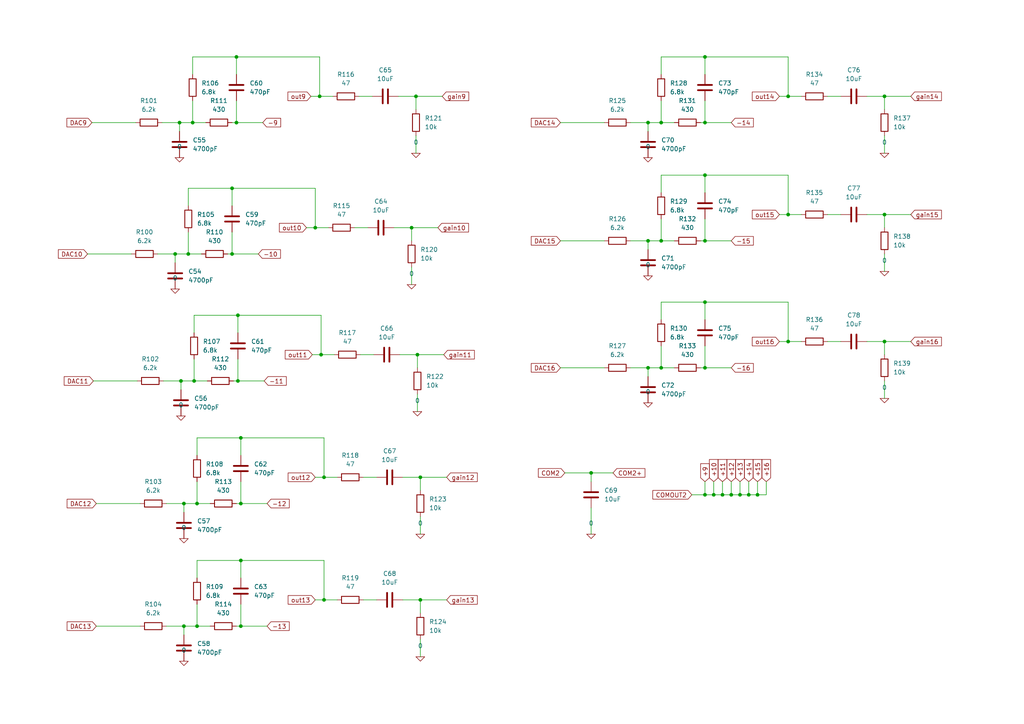
<source format=kicad_sch>
(kicad_sch (version 20230121) (generator eeschema)
  (paper "A4")
  (lib_symbols
    (symbol "Device:C" (pin_numbers hide) (pin_names (offset 0.254))
      (property "Reference" "C" (at 0.635 2.54 0))
      (property "Value" "C" (at 0.635 -2.54 0))
      (symbol "C_0_1"
        (polyline (pts (xy -2.032 -0.762) (xy 2.032 -0.762)) (stroke (width 0.508)))
        (polyline (pts (xy -2.032 0.762) (xy 2.032 0.762)) (stroke (width 0.508)))
      )
      (symbol "C_1_1"
        (pin passive line (at 0 3.81 270) (length 2.794) (name "~") (number "1"))
        (pin passive line (at 0 -3.81 90) (length 2.794) (name "~") (number "2"))
      )
    )
    (symbol "Device:R" (pin_numbers hide) (pin_names (offset 0))
      (property "Reference" "R" (at 2.032 0 90))
      (property "Value" "R" (at 0 0 90))
      (symbol "R_0_1"
        (rectangle (start -1.016 -2.54) (end 1.016 2.54) (stroke (width 0.254)))
      )
      (symbol "R_1_1"
        (pin passive line (at 0 3.81 270) (length 1.27) (name "~") (number "1"))
        (pin passive line (at 0 -3.81 90) (length 1.27) (name "~") (number "2"))
      )
    )
    (symbol "pspice:0" (power) (pin_names (offset 0))
      (property "Value" "0" (at 0 -1.778 0))
      (symbol "0_0_1"
        (polyline (pts (xy -1.27 0) (xy 0 -1.27) (xy 1.27 0) (xy -1.27 0)))
      )
      (symbol "0_1_1"
        (pin power_in line (at 0 0 0) (length 0) hide (name "0") (number "1"))
      )
    )
  )
  (junction (at 93.1307 102.87))
  (junction (at 53.34 146.05))
  (junction (at 69.85 127))
  (junction (at 204.47 16.51))
  (junction (at 204.47 143.51))
  (junction (at 69.85 181.61))
  (junction (at 187.96 106.68))
  (junction (at 69.85 146.05))
  (junction (at 228.6 62.23))
  (junction (at 171.45 137.16))
  (junction (at 228.6 99.06))
  (junction (at 69.0007 91.44))
  (junction (at 69.0007 110.49))
  (junction (at 93.98 138.43))
  (junction (at 209.55 143.51))
  (junction (at 121.0707 102.87))
  (junction (at 191.77 35.56))
  (junction (at 256.54 99.06))
  (junction (at 256.54 62.23))
  (junction (at 191.77 69.85))
  (junction (at 52.07 35.56))
  (junction (at 217.17 143.51))
  (junction (at 187.96 69.85))
  (junction (at 69.85 162.56))
  (junction (at 191.77 106.68))
  (junction (at 50.8 73.66))
  (junction (at 204.47 87.63))
  (junction (at 256.54 27.94))
  (junction (at 119.38 66.04))
  (junction (at 204.47 69.85))
  (junction (at 56.3007 110.49))
  (junction (at 92.71 27.94))
  (junction (at 67.31 54.61))
  (junction (at 57.15 181.61))
  (junction (at 187.96 35.56))
  (junction (at 68.58 16.51))
  (junction (at 91.44 66.04))
  (junction (at 204.47 35.56))
  (junction (at 212.09 143.51))
  (junction (at 204.47 50.8))
  (junction (at 204.47 106.68))
  (junction (at 52.4907 110.49))
  (junction (at 120.65 27.94))
  (junction (at 214.63 143.51))
  (junction (at 219.71 143.51))
  (junction (at 68.58 35.56))
  (junction (at 55.88 35.56))
  (junction (at 121.92 173.99))
  (junction (at 93.98 173.99))
  (junction (at 67.31 73.66))
  (junction (at 53.34 181.61))
  (junction (at 121.92 138.43))
  (junction (at 207.01 143.51))
  (junction (at 228.6 27.94))
  (junction (at 54.61 73.66))
  (junction (at 57.15 146.05))
  (wire (pts (xy 203.2 106.68) (xy 204.47 106.68)))
  (wire (pts (xy 163.83 137.16) (xy 171.45 137.16)))
  (wire (pts (xy 67.31 54.61) (xy 67.31 59.69)))
  (wire (pts (xy 67.7307 110.49) (xy 69.0007 110.49)))
  (wire (pts (xy 90.5907 102.87) (xy 93.1307 102.87)))
  (wire (pts (xy 93.1307 102.87) (xy 93.1307 91.44)))
  (wire (pts (xy 90.17 27.94) (xy 92.71 27.94)))
  (wire (pts (xy 46.99 35.56) (xy 52.07 35.56)))
  (wire (pts (xy 191.77 55.88) (xy 191.77 50.8)))
  (wire (pts (xy 256.54 39.37) (xy 256.54 44.45)))
  (wire (pts (xy 69.85 162.56) (xy 69.85 167.64)))
  (wire (pts (xy 204.47 50.8) (xy 204.47 55.88)))
  (wire (pts (xy 93.98 138.43) (xy 97.79 138.43)))
  (wire (pts (xy 204.47 87.63) (xy 204.47 92.71)))
  (wire (pts (xy 212.09 139.7) (xy 212.09 143.51)))
  (wire (pts (xy 200.66 143.51) (xy 204.47 143.51)))
  (wire (pts (xy 219.71 139.7) (xy 219.71 143.51)))
  (wire (pts (xy 228.6 99.06) (xy 232.41 99.06)))
  (wire (pts (xy 119.38 66.04) (xy 127 66.04)))
  (wire (pts (xy 228.6 16.51) (xy 204.47 16.51)))
  (wire (pts (xy 57.15 167.64) (xy 57.15 162.56)))
  (wire (pts (xy 91.44 66.04) (xy 95.25 66.04)))
  (wire (pts (xy 191.77 63.5) (xy 191.77 69.85)))
  (wire (pts (xy 204.47 69.85) (xy 212.09 69.85)))
  (wire (pts (xy 57.15 181.61) (xy 60.96 181.61)))
  (wire (pts (xy 120.65 39.37) (xy 120.65 44.45)))
  (wire (pts (xy 69.85 139.7) (xy 69.85 146.05)))
  (wire (pts (xy 54.61 54.61) (xy 67.31 54.61)))
  (wire (pts (xy 191.77 29.21) (xy 191.77 35.56)))
  (wire (pts (xy 217.17 143.51) (xy 219.71 143.51)))
  (wire (pts (xy 52.4907 110.49) (xy 52.4907 113.03)))
  (wire (pts (xy 228.6 50.8) (xy 204.47 50.8)))
  (wire (pts (xy 228.6 27.94) (xy 228.6 16.51)))
  (wire (pts (xy 209.55 143.51) (xy 212.09 143.51)))
  (wire (pts (xy 57.15 162.56) (xy 69.85 162.56)))
  (wire (pts (xy 116.84 138.43) (xy 121.92 138.43)))
  (wire (pts (xy 55.88 29.21) (xy 55.88 35.56)))
  (wire (pts (xy 191.77 50.8) (xy 204.47 50.8)))
  (wire (pts (xy 162.56 69.85) (xy 175.26 69.85)))
  (wire (pts (xy 182.88 106.68) (xy 187.96 106.68)))
  (wire (pts (xy 69.85 181.61) (xy 77.47 181.61)))
  (wire (pts (xy 203.2 69.85) (xy 204.47 69.85)))
  (wire (pts (xy 121.92 149.86) (xy 121.92 154.94)))
  (wire (pts (xy 191.77 21.59) (xy 191.77 16.51)))
  (wire (pts (xy 162.56 106.68) (xy 175.26 106.68)))
  (wire (pts (xy 228.6 99.06) (xy 228.6 87.63)))
  (wire (pts (xy 240.03 27.94) (xy 243.84 27.94)))
  (wire (pts (xy 26.67 35.56) (xy 39.37 35.56)))
  (wire (pts (xy 121.0707 102.87) (xy 121.0707 106.68)))
  (wire (pts (xy 104.14 27.94) (xy 107.95 27.94)))
  (wire (pts (xy 191.77 69.85) (xy 195.58 69.85)))
  (wire (pts (xy 256.54 27.94) (xy 256.54 31.75)))
  (wire (pts (xy 171.45 137.16) (xy 177.8 137.16)))
  (wire (pts (xy 256.54 99.06) (xy 256.54 102.87)))
  (wire (pts (xy 207.01 143.51) (xy 209.55 143.51)))
  (wire (pts (xy 121.92 173.99) (xy 121.92 177.8)))
  (wire (pts (xy 57.15 139.7) (xy 57.15 146.05)))
  (wire (pts (xy 204.47 143.51) (xy 207.01 143.51)))
  (wire (pts (xy 69.0007 104.14) (xy 69.0007 110.49)))
  (wire (pts (xy 256.54 110.49) (xy 256.54 115.57)))
  (wire (pts (xy 204.47 106.68) (xy 212.09 106.68)))
  (wire (pts (xy 256.54 27.94) (xy 264.16 27.94)))
  (wire (pts (xy 67.31 73.66) (xy 74.93 73.66)))
  (wire (pts (xy 27.0907 110.49) (xy 39.7907 110.49)))
  (wire (pts (xy 251.46 27.94) (xy 256.54 27.94)))
  (wire (pts (xy 56.3007 110.49) (xy 60.1107 110.49)))
  (wire (pts (xy 191.77 16.51) (xy 204.47 16.51)))
  (wire (pts (xy 57.15 132.08) (xy 57.15 127)))
  (wire (pts (xy 204.47 139.7) (xy 204.47 143.51)))
  (wire (pts (xy 251.46 62.23) (xy 256.54 62.23)))
  (wire (pts (xy 56.3007 96.52) (xy 56.3007 91.44)))
  (wire (pts (xy 240.03 99.06) (xy 243.84 99.06)))
  (wire (pts (xy 191.77 87.63) (xy 204.47 87.63)))
  (wire (pts (xy 69.85 127) (xy 69.85 132.08)))
  (wire (pts (xy 48.26 181.61) (xy 53.34 181.61)))
  (wire (pts (xy 53.34 181.61) (xy 53.34 184.15)))
  (wire (pts (xy 53.34 146.05) (xy 57.15 146.05)))
  (wire (pts (xy 191.77 35.56) (xy 195.58 35.56)))
  (wire (pts (xy 105.41 173.99) (xy 109.22 173.99)))
  (wire (pts (xy 25.4 73.66) (xy 38.1 73.66)))
  (wire (pts (xy 171.45 139.7) (xy 171.45 137.16)))
  (wire (pts (xy 121.92 138.43) (xy 121.92 142.24)))
  (wire (pts (xy 204.47 63.5) (xy 204.47 69.85)))
  (wire (pts (xy 69.0007 91.44) (xy 69.0007 96.52)))
  (wire (pts (xy 92.71 27.94) (xy 96.52 27.94)))
  (wire (pts (xy 204.47 100.33) (xy 204.47 106.68)))
  (wire (pts (xy 204.47 29.21) (xy 204.47 35.56)))
  (wire (pts (xy 187.96 35.56) (xy 187.96 38.1)))
  (wire (pts (xy 219.71 143.51) (xy 222.25 143.51)))
  (wire (pts (xy 69.85 146.05) (xy 77.47 146.05)))
  (wire (pts (xy 256.54 62.23) (xy 264.16 62.23)))
  (wire (pts (xy 93.1307 91.44) (xy 69.0007 91.44)))
  (wire (pts (xy 162.56 35.56) (xy 175.26 35.56)))
  (wire (pts (xy 121.92 138.43) (xy 129.54 138.43)))
  (wire (pts (xy 214.63 139.7) (xy 214.63 143.51)))
  (wire (pts (xy 121.0707 114.3) (xy 121.0707 119.38)))
  (wire (pts (xy 187.96 106.68) (xy 187.96 109.22)))
  (wire (pts (xy 57.15 146.05) (xy 60.96 146.05)))
  (wire (pts (xy 256.54 99.06) (xy 264.16 99.06)))
  (wire (pts (xy 55.88 21.59) (xy 55.88 16.51)))
  (wire (pts (xy 53.34 146.05) (xy 53.34 148.59)))
  (wire (pts (xy 191.77 100.33) (xy 191.77 106.68)))
  (wire (pts (xy 93.98 162.56) (xy 69.85 162.56)))
  (wire (pts (xy 204.47 35.56) (xy 212.09 35.56)))
  (wire (pts (xy 251.46 99.06) (xy 256.54 99.06)))
  (wire (pts (xy 182.88 69.85) (xy 187.96 69.85)))
  (wire (pts (xy 52.07 35.56) (xy 52.07 38.1)))
  (wire (pts (xy 93.98 173.99) (xy 97.79 173.99)))
  (wire (pts (xy 50.8 73.66) (xy 50.8 76.2)))
  (wire (pts (xy 171.45 147.32) (xy 171.45 154.94)))
  (wire (pts (xy 204.47 16.51) (xy 204.47 21.59)))
  (wire (pts (xy 222.25 143.51) (xy 222.25 139.7)))
  (wire (pts (xy 121.0707 102.87) (xy 128.6907 102.87)))
  (wire (pts (xy 91.44 66.04) (xy 91.44 54.61)))
  (wire (pts (xy 187.96 106.68) (xy 191.77 106.68)))
  (wire (pts (xy 212.09 143.51) (xy 214.63 143.51)))
  (wire (pts (xy 116.84 173.99) (xy 121.92 173.99)))
  (wire (pts (xy 226.06 62.23) (xy 228.6 62.23)))
  (wire (pts (xy 57.15 127) (xy 69.85 127)))
  (wire (pts (xy 68.58 146.05) (xy 69.85 146.05)))
  (wire (pts (xy 57.15 175.26) (xy 57.15 181.61)))
  (wire (pts (xy 48.26 146.05) (xy 53.34 146.05)))
  (wire (pts (xy 55.88 35.56) (xy 59.69 35.56)))
  (wire (pts (xy 91.44 173.99) (xy 93.98 173.99)))
  (wire (pts (xy 256.54 73.66) (xy 256.54 78.74)))
  (wire (pts (xy 47.4107 110.49) (xy 52.4907 110.49)))
  (wire (pts (xy 54.61 59.69) (xy 54.61 54.61)))
  (wire (pts (xy 45.72 73.66) (xy 50.8 73.66)))
  (wire (pts (xy 209.55 139.7) (xy 209.55 143.51)))
  (wire (pts (xy 187.96 69.85) (xy 191.77 69.85)))
  (wire (pts (xy 203.2 35.56) (xy 204.47 35.56)))
  (wire (pts (xy 93.1307 102.87) (xy 96.9407 102.87)))
  (wire (pts (xy 27.94 181.61) (xy 40.64 181.61)))
  (wire (pts (xy 214.63 143.51) (xy 217.17 143.51)))
  (wire (pts (xy 69.0007 110.49) (xy 76.6207 110.49)))
  (wire (pts (xy 92.71 16.51) (xy 68.58 16.51)))
  (wire (pts (xy 53.34 181.61) (xy 57.15 181.61)))
  (wire (pts (xy 191.77 106.68) (xy 195.58 106.68)))
  (wire (pts (xy 93.98 138.43) (xy 93.98 127)))
  (wire (pts (xy 226.06 99.06) (xy 228.6 99.06)))
  (wire (pts (xy 54.61 73.66) (xy 58.42 73.66)))
  (wire (pts (xy 88.9 66.04) (xy 91.44 66.04)))
  (wire (pts (xy 68.58 16.51) (xy 68.58 21.59)))
  (wire (pts (xy 27.94 146.05) (xy 40.64 146.05)))
  (wire (pts (xy 256.54 62.23) (xy 256.54 66.04)))
  (wire (pts (xy 91.44 138.43) (xy 93.98 138.43)))
  (wire (pts (xy 55.88 16.51) (xy 68.58 16.51)))
  (wire (pts (xy 228.6 62.23) (xy 232.41 62.23)))
  (wire (pts (xy 54.61 67.31) (xy 54.61 73.66)))
  (wire (pts (xy 50.8 73.66) (xy 54.61 73.66)))
  (wire (pts (xy 228.6 62.23) (xy 228.6 50.8)))
  (wire (pts (xy 56.3007 91.44) (xy 69.0007 91.44)))
  (wire (pts (xy 68.58 29.21) (xy 68.58 35.56)))
  (wire (pts (xy 187.96 35.56) (xy 191.77 35.56)))
  (wire (pts (xy 105.41 138.43) (xy 109.22 138.43)))
  (wire (pts (xy 93.98 127) (xy 69.85 127)))
  (wire (pts (xy 52.07 35.56) (xy 55.88 35.56)))
  (wire (pts (xy 114.3 66.04) (xy 119.38 66.04)))
  (wire (pts (xy 68.58 35.56) (xy 76.2 35.56)))
  (wire (pts (xy 187.96 69.85) (xy 187.96 72.39)))
  (wire (pts (xy 228.6 27.94) (xy 232.41 27.94)))
  (wire (pts (xy 67.31 67.31) (xy 67.31 73.66)))
  (wire (pts (xy 93.98 173.99) (xy 93.98 162.56)))
  (wire (pts (xy 115.9907 102.87) (xy 121.0707 102.87)))
  (wire (pts (xy 240.03 62.23) (xy 243.84 62.23)))
  (wire (pts (xy 226.06 27.94) (xy 228.6 27.94)))
  (wire (pts (xy 191.77 92.71) (xy 191.77 87.63)))
  (wire (pts (xy 69.85 175.26) (xy 69.85 181.61)))
  (wire (pts (xy 68.58 181.61) (xy 69.85 181.61)))
  (wire (pts (xy 119.38 66.04) (xy 119.38 69.85)))
  (wire (pts (xy 66.04 73.66) (xy 67.31 73.66)))
  (wire (pts (xy 102.87 66.04) (xy 106.68 66.04)))
  (wire (pts (xy 207.01 139.7) (xy 207.01 143.51)))
  (wire (pts (xy 182.88 35.56) (xy 187.96 35.56)))
  (wire (pts (xy 91.44 54.61) (xy 67.31 54.61)))
  (wire (pts (xy 119.38 77.47) (xy 119.38 82.55)))
  (wire (pts (xy 67.31 35.56) (xy 68.58 35.56)))
  (wire (pts (xy 115.57 27.94) (xy 120.65 27.94)))
  (wire (pts (xy 121.92 173.99) (xy 129.54 173.99)))
  (wire (pts (xy 120.65 27.94) (xy 120.65 31.75)))
  (wire (pts (xy 217.17 139.7) (xy 217.17 143.51)))
  (wire (pts (xy 52.4907 110.49) (xy 56.3007 110.49)))
  (wire (pts (xy 56.3007 104.14) (xy 56.3007 110.49)))
  (wire (pts (xy 104.5607 102.87) (xy 108.3707 102.87)))
  (wire (pts (xy 120.65 27.94) (xy 128.27 27.94)))
  (wire (pts (xy 92.71 27.94) (xy 92.71 16.51)))
  (wire (pts (xy 228.6 87.63) (xy 204.47 87.63)))
  (wire (pts (xy 121.92 185.42) (xy 121.92 190.5)))
  (global_label "out13" (shape input) (at 91.44 173.99 180) (property "Intersheetrefs" "${INTERSHEET_REFS}" (effects hide)))
  (global_label "gain13" (shape input) (at 129.54 173.99 0) (property "Intersheetrefs" "${INTERSHEET_REFS}" (effects hide)))
  (global_label "DAC16" (shape input) (at 162.56 106.68 180) (property "Intersheetrefs" "${INTERSHEET_REFS}" (effects hide)))
  (global_label "out10" (shape input) (at 88.9 66.04 180) (property "Intersheetrefs" "${INTERSHEET_REFS}" (effects hide)))
  (global_label "DAC10" (shape input) (at 25.4 73.66 180) (property "Intersheetrefs" "${INTERSHEET_REFS}" (effects hide)))
  (global_label "gain16" (shape input) (at 264.16 99.06 0) (property "Intersheetrefs" "${INTERSHEET_REFS}" (effects hide)))
  (global_label "COM2+" (shape input) (at 177.8 137.16 0) (property "Intersheetrefs" "${INTERSHEET_REFS}" (effects hide)))
  (global_label "+13" (shape input) (at 214.63 139.7 90) (property "Intersheetrefs" "${INTERSHEET_REFS}" (effects hide)))
  (global_label "+12" (shape input) (at 212.09 139.7 90) (property "Intersheetrefs" "${INTERSHEET_REFS}" (effects hide)))
  (global_label "gain15" (shape input) (at 264.16 62.23 0) (property "Intersheetrefs" "${INTERSHEET_REFS}" (effects hide)))
  (global_label "+15" (shape input) (at 219.71 139.7 90) (property "Intersheetrefs" "${INTERSHEET_REFS}" (effects hide)))
  (global_label "DAC11" (shape input) (at 27.0907 110.49 180) (property "Intersheetrefs" "${INTERSHEET_REFS}" (effects hide)))
  (global_label "-9" (shape input) (at 76.2 35.56 0) (property "Intersheetrefs" "${INTERSHEET_REFS}" (effects hide)))
  (global_label "-16" (shape input) (at 212.09 106.68 0) (property "Intersheetrefs" "${INTERSHEET_REFS}" (effects hide)))
  (global_label "out16" (shape input) (at 226.06 99.06 180) (property "Intersheetrefs" "${INTERSHEET_REFS}" (effects hide)))
  (global_label "-13" (shape input) (at 77.47 181.61 0) (property "Intersheetrefs" "${INTERSHEET_REFS}" (effects hide)))
  (global_label "DAC9" (shape input) (at 26.67 35.56 180) (property "Intersheetrefs" "${INTERSHEET_REFS}" (effects hide)))
  (global_label "+14" (shape input) (at 217.17 139.7 90) (property "Intersheetrefs" "${INTERSHEET_REFS}" (effects hide)))
  (global_label "+16" (shape input) (at 222.25 139.7 90) (property "Intersheetrefs" "${INTERSHEET_REFS}" (effects hide)))
  (global_label "COMOUT2" (shape input) (at 200.66 143.51 180) (property "Intersheetrefs" "${INTERSHEET_REFS}" (effects hide)))
  (global_label "out12" (shape input) (at 91.44 138.43 180) (property "Intersheetrefs" "${INTERSHEET_REFS}" (effects hide)))
  (global_label "+9" (shape input) (at 204.47 139.7 90) (property "Intersheetrefs" "${INTERSHEET_REFS}" (effects hide)))
  (global_label "gain9" (shape input) (at 128.27 27.94 0) (property "Intersheetrefs" "${INTERSHEET_REFS}" (effects hide)))
  (global_label "COM2" (shape input) (at 163.83 137.16 180) (property "Intersheetrefs" "${INTERSHEET_REFS}" (effects hide)))
  (global_label "-11" (shape input) (at 76.6207 110.49 0) (property "Intersheetrefs" "${INTERSHEET_REFS}" (effects hide)))
  (global_label "-15" (shape input) (at 212.09 69.85 0) (property "Intersheetrefs" "${INTERSHEET_REFS}" (effects hide)))
  (global_label "out15" (shape input) (at 226.06 62.23 180) (property "Intersheetrefs" "${INTERSHEET_REFS}" (effects hide)))
  (global_label "DAC15" (shape input) (at 162.56 69.85 180) (property "Intersheetrefs" "${INTERSHEET_REFS}" (effects hide)))
  (global_label "-12" (shape input) (at 77.47 146.05 0) (property "Intersheetrefs" "${INTERSHEET_REFS}" (effects hide)))
  (global_label "-14" (shape input) (at 212.09 35.56 0) (property "Intersheetrefs" "${INTERSHEET_REFS}" (effects hide)))
  (global_label "gain10" (shape input) (at 127 66.04 0) (property "Intersheetrefs" "${INTERSHEET_REFS}" (effects hide)))
  (global_label "DAC12" (shape input) (at 27.94 146.05 180) (property "Intersheetrefs" "${INTERSHEET_REFS}" (effects hide)))
  (global_label "gain14" (shape input) (at 264.16 27.94 0) (property "Intersheetrefs" "${INTERSHEET_REFS}" (effects hide)))
  (global_label "+11" (shape input) (at 209.55 139.7 90) (property "Intersheetrefs" "${INTERSHEET_REFS}" (effects hide)))
  (global_label "out14" (shape input) (at 226.06 27.94 180) (property "Intersheetrefs" "${INTERSHEET_REFS}" (effects hide)))
  (global_label "-10" (shape input) (at 74.93 73.66 0) (property "Intersheetrefs" "${INTERSHEET_REFS}" (effects hide)))
  (global_label "gain11" (shape input) (at 128.6907 102.87 0) (property "Intersheetrefs" "${INTERSHEET_REFS}" (effects hide)))
  (global_label "DAC13" (shape input) (at 27.94 181.61 180) (property "Intersheetrefs" "${INTERSHEET_REFS}" (effects hide)))
  (global_label "out11" (shape input) (at 90.5907 102.87 180) (property "Intersheetrefs" "${INTERSHEET_REFS}" (effects hide)))
  (global_label "out9" (shape input) (at 90.17 27.94 180) (property "Intersheetrefs" "${INTERSHEET_REFS}" (effects hide)))
  (global_label "gain12" (shape input) (at 129.54 138.43 0) (property "Intersheetrefs" "${INTERSHEET_REFS}" (effects hide)))
  (global_label "DAC14" (shape input) (at 162.56 35.56 180) (property "Intersheetrefs" "${INTERSHEET_REFS}" (effects hide)))
  (global_label "+10" (shape input) (at 207.01 139.7 90) (property "Intersheetrefs" "${INTERSHEET_REFS}" (effects hide)))
  (symbol (lib_id "Device:R") (at 44.45 146.05 90) (unit 1)
    (property "Reference" "R103" (at 44.45 139.7 90))
    (property "Value" "6.2k" (at 44.45 142.24 90))
    (property "Footprint" "Resistor_SMD:R_1206_3216Metric" (effects hide))
    (property "Sim.Device" "SPICE" (effects hide))
    (property "Sim.Params" "type=\"R\" model=\"6.2k\" lib=\"\"" (effects hide))
    (property "Sim.Pins" "1=1 2=2" (effects hide))
  )
  (symbol (lib_id "Device:R") (at 121.0707 110.49 180) (unit 1)
    (property "Reference" "R122" (at 123.6107 109.2199 0) (effects (justify right)))
    (property "Value" "10k" (at 123.6107 111.7599 0) (effects (justify right)))
    (property "Footprint" "Resistor_SMD:R_1206_3216Metric" (effects hide))
  )
  (symbol (lib_id "Device:C") (at 171.45 143.51 180) (unit 1)
    (property "Reference" "C69" (at 175.26 142.2399 0) (effects (justify right)))
    (property "Value" "10uF" (at 175.26 144.7799 0) (effects (justify right)))
    (property "Footprint" "Capacitor_SMD:C_1206_3216Metric_Pad1.33x1.80mm_HandSolder" (effects hide))
    (property "Sim.Device" "SPICE" (effects hide))
    (property "Sim.Params" "type=\"C\" model=\"10u\" lib=\"\"" (effects hide))
    (property "Sim.Pins" "1=1 2=2" (effects hide))
  )
  (symbol (lib_id "Device:C") (at 53.34 187.96 0) (unit 1)
    (property "Reference" "C58" (at 57.15 186.6899 0) (effects (justify left)))
    (property "Value" "4700pF" (at 57.15 189.2299 0) (effects (justify left)))
    (property "Footprint" "Capacitor_SMD:C_1206_3216Metric_Pad1.33x1.80mm_HandSolder" (effects hide))
    (property "Sim.Device" "SPICE" (effects hide))
    (property "Sim.Params" "type=\"C\" model=\"4700p\" lib=\"\"" (effects hide))
    (property "Sim.Pins" "1=1 2=2" (effects hide))
  )
  (symbol (lib_id "Device:C") (at 52.4907 116.84 0) (unit 1)
    (property "Reference" "C56" (at 56.3007 115.5699 0) (effects (justify left)))
    (property "Value" "4700pF" (at 56.3007 118.1099 0) (effects (justify left)))
    (property "Footprint" "Capacitor_SMD:C_1206_3216Metric_Pad1.33x1.80mm_HandSolder" (effects hide))
    (property "Sim.Device" "SPICE" (effects hide))
    (property "Sim.Params" "type=\"C\" model=\"4700p\" lib=\"\"" (effects hide))
    (property "Sim.Pins" "1=1 2=2" (effects hide))
  )
  (symbol (lib_id "Device:R") (at 191.77 96.52 180) (unit 1)
    (property "Reference" "R130" (at 194.31 95.2499 0) (effects (justify right)))
    (property "Value" "6.8k" (at 194.31 97.7899 0) (effects (justify right)))
    (property "Footprint" "Resistor_SMD:R_1206_3216Metric" (effects hide))
    (property "Sim.Device" "SPICE" (effects hide))
    (property "Sim.Params" "type=\"R\" model=\"6.8k\" lib=\"\"" (effects hide))
    (property "Sim.Pins" "1=1 2=2" (effects hide))
  )
  (symbol (lib_id "Device:R") (at 191.77 59.69 180) (unit 1)
    (property "Reference" "R129" (at 194.31 58.4199 0) (effects (justify right)))
    (property "Value" "6.8k" (at 194.31 60.9599 0) (effects (justify right)))
    (property "Footprint" "Resistor_SMD:R_1206_3216Metric" (effects hide))
    (property "Sim.Device" "SPICE" (effects hide))
    (property "Sim.Params" "type=\"R\" model=\"6.8k\" lib=\"\"" (effects hide))
    (property "Sim.Pins" "1=1 2=2" (effects hide))
  )
  (symbol (lib_id "Device:R") (at 121.92 146.05 180) (unit 1)
    (property "Reference" "R123" (at 124.46 144.7799 0) (effects (justify right)))
    (property "Value" "10k" (at 124.46 147.3199 0) (effects (justify right)))
    (property "Footprint" "Resistor_SMD:R_1206_3216Metric" (effects hide))
  )
  (symbol (lib_id "Device:R") (at 120.65 35.56 180) (unit 1)
    (property "Reference" "R121" (at 123.19 34.2899 0) (effects (justify right)))
    (property "Value" "10k" (at 123.19 36.8299 0) (effects (justify right)))
    (property "Footprint" "Resistor_SMD:R_1206_3216Metric" (effects hide))
  )
  (symbol (lib_id "Device:C") (at 69.85 171.45 0) (unit 1)
    (property "Reference" "C63" (at 73.66 170.1799 0) (effects (justify left)))
    (property "Value" "470pF" (at 73.66 172.7199 0) (effects (justify left)))
    (property "Footprint" "Capacitor_SMD:C_1206_3216Metric_Pad1.33x1.80mm_HandSolder" (effects hide))
    (property "Sim.Device" "SPICE" (effects hide))
    (property "Sim.Params" "type=\"C\" model=\"470p\" lib=\"\"" (effects hide))
    (property "Sim.Pins" "1=1 2=2" (effects hide))
  )
  (symbol (lib_id "pspice:0") (at 256.54 44.45 0) (unit 1)
    (property "Reference" "#GND081" (effects hide))
    (property "Value" "0" (at 256.54 41.275 0))
  )
  (symbol (lib_id "Device:C") (at 204.47 25.4 0) (unit 1)
    (property "Reference" "C73" (at 208.28 24.1299 0) (effects (justify left)))
    (property "Value" "470pF" (at 208.28 26.6699 0) (effects (justify left)))
    (property "Footprint" "Capacitor_SMD:C_1206_3216Metric_Pad1.33x1.80mm_HandSolder" (effects hide))
    (property "Sim.Device" "SPICE" (effects hide))
    (property "Sim.Params" "type=\"C\" model=\"470p\" lib=\"\"" (effects hide))
    (property "Sim.Pins" "1=1 2=2" (effects hide))
  )
  (symbol (lib_id "pspice:0") (at 53.34 156.21 0) (unit 1)
    (property "Reference" "#GND070" (effects hide))
    (property "Value" "0" (at 53.34 153.035 0))
  )
  (symbol (lib_id "Device:R") (at 199.39 69.85 90) (unit 1)
    (property "Reference" "R132" (at 199.39 63.5 90))
    (property "Value" "430" (at 199.39 66.04 90))
    (property "Footprint" "Resistor_SMD:R_1206_3216Metric" (effects hide))
    (property "Sim.Device" "SPICE" (effects hide))
    (property "Sim.Params" "type=\"R\" model=\"430\" lib=\"\"" (effects hide))
    (property "Sim.Pins" "1=1 2=2" (effects hide))
  )
  (symbol (lib_id "Device:R") (at 57.15 135.89 180) (unit 1)
    (property "Reference" "R108" (at 59.69 134.6199 0) (effects (justify right)))
    (property "Value" "6.8k" (at 59.69 137.1599 0) (effects (justify right)))
    (property "Footprint" "Resistor_SMD:R_1206_3216Metric" (effects hide))
    (property "Sim.Device" "SPICE" (effects hide))
    (property "Sim.Params" "type=\"R\" model=\"6.8k\" lib=\"\"" (effects hide))
    (property "Sim.Pins" "1=1 2=2" (effects hide))
  )
  (symbol (lib_id "Device:R") (at 56.3007 100.33 180) (unit 1)
    (property "Reference" "R107" (at 58.8407 99.0599 0) (effects (justify right)))
    (property "Value" "6.8k" (at 58.8407 101.5999 0) (effects (justify right)))
    (property "Footprint" "Resistor_SMD:R_1206_3216Metric" (effects hide))
    (property "Sim.Device" "SPICE" (effects hide))
    (property "Sim.Params" "type=\"R\" model=\"6.8k\" lib=\"\"" (effects hide))
    (property "Sim.Pins" "1=1 2=2" (effects hide))
  )
  (symbol (lib_id "Device:R") (at 199.39 106.68 90) (unit 1)
    (property "Reference" "R133" (at 199.39 100.33 90))
    (property "Value" "430" (at 199.39 102.87 90))
    (property "Footprint" "Resistor_SMD:R_1206_3216Metric" (effects hide))
    (property "Sim.Device" "SPICE" (effects hide))
    (property "Sim.Params" "type=\"R\" model=\"430\" lib=\"\"" (effects hide))
    (property "Sim.Pins" "1=1 2=2" (effects hide))
  )
  (symbol (lib_id "Device:C") (at 187.96 41.91 0) (unit 1)
    (property "Reference" "C70" (at 191.77 40.6399 0) (effects (justify left)))
    (property "Value" "4700pF" (at 191.77 43.1799 0) (effects (justify left)))
    (property "Footprint" "Capacitor_SMD:C_1206_3216Metric_Pad1.33x1.80mm_HandSolder" (effects hide))
    (property "Sim.Device" "SPICE" (effects hide))
    (property "Sim.Params" "type=\"C\" model=\"4700p\" lib=\"\"" (effects hide))
    (property "Sim.Pins" "1=1 2=2" (effects hide))
  )
  (symbol (lib_id "Device:C") (at 52.07 41.91 0) (unit 1)
    (property "Reference" "C55" (at 55.88 40.6399 0) (effects (justify left)))
    (property "Value" "4700pF" (at 55.88 43.1799 0) (effects (justify left)))
    (property "Footprint" "Capacitor_SMD:C_1206_3216Metric_Pad1.33x1.80mm_HandSolder" (effects hide))
    (property "Sim.Device" "SPICE" (effects hide))
    (property "Sim.Params" "type=\"C\" model=\"4700p\" lib=\"\"" (effects hide))
    (property "Sim.Pins" "1=1 2=2" (effects hide))
  )
  (symbol (lib_id "Device:C") (at 50.8 80.01 0) (unit 1)
    (property "Reference" "C54" (at 54.61 78.7399 0) (effects (justify left)))
    (property "Value" "4700pF" (at 54.61 81.2799 0) (effects (justify left)))
    (property "Footprint" "Capacitor_SMD:C_1206_3216Metric_Pad1.33x1.80mm_HandSolder" (effects hide))
    (property "Sim.Device" "SPICE" (effects hide))
    (property "Sim.Params" "type=\"C\" model=\"4700p\" lib=\"\"" (effects hide))
    (property "Sim.Pins" "1=1 2=2" (effects hide))
  )
  (symbol (lib_id "Device:C") (at 247.65 27.94 90) (unit 1)
    (property "Reference" "C76" (at 247.65 20.32 90))
    (property "Value" "10uF" (at 247.65 22.86 90))
    (property "Footprint" "Capacitor_SMD:C_1206_3216Metric_Pad1.33x1.80mm_HandSolder" (effects hide))
    (property "Sim.Device" "SPICE" (effects hide))
    (property "Sim.Params" "type=\"C\" model=\"10u\" lib=\"\"" (effects hide))
    (property "Sim.Pins" "1=1 2=2" (effects hide))
  )
  (symbol (lib_id "Device:R") (at 236.22 99.06 90) (unit 1)
    (property "Reference" "R136" (at 236.22 92.71 90))
    (property "Value" "47" (at 236.22 95.25 90))
    (property "Footprint" "Resistor_SMD:R_1206_3216Metric" (effects hide))
    (property "Sim.Device" "SPICE" (effects hide))
    (property "Sim.Params" "type=\"R\" model=\"47\" lib=\"\"" (effects hide))
    (property "Sim.Pins" "1=1 2=2" (effects hide))
  )
  (symbol (lib_id "pspice:0") (at 256.54 78.74 0) (unit 1)
    (property "Reference" "#GND082" (effects hide))
    (property "Value" "0" (at 256.54 75.565 0))
  )
  (symbol (lib_id "pspice:0") (at 121.92 154.94 0) (unit 1)
    (property "Reference" "#GND075" (effects hide))
    (property "Value" "0" (at 121.92 151.765 0))
  )
  (symbol (lib_id "Device:C") (at 53.34 152.4 0) (unit 1)
    (property "Reference" "C57" (at 57.15 151.1299 0) (effects (justify left)))
    (property "Value" "4700pF" (at 57.15 153.6699 0) (effects (justify left)))
    (property "Footprint" "Capacitor_SMD:C_1206_3216Metric_Pad1.33x1.80mm_HandSolder" (effects hide))
    (property "Sim.Device" "SPICE" (effects hide))
    (property "Sim.Params" "type=\"C\" model=\"4700p\" lib=\"\"" (effects hide))
    (property "Sim.Pins" "1=1 2=2" (effects hide))
  )
  (symbol (lib_id "pspice:0") (at 53.34 191.77 0) (unit 1)
    (property "Reference" "#GND071" (effects hide))
    (property "Value" "0" (at 53.34 188.595 0))
  )
  (symbol (lib_id "Device:R") (at 179.07 69.85 90) (unit 1)
    (property "Reference" "R126" (at 179.07 63.5 90))
    (property "Value" "6.2k" (at 179.07 66.04 90))
    (property "Footprint" "Resistor_SMD:R_1206_3216Metric" (effects hide))
    (property "Sim.Device" "SPICE" (effects hide))
    (property "Sim.Params" "type=\"R\" model=\"6.2k\" lib=\"\"" (effects hide))
    (property "Sim.Pins" "1=1 2=2" (effects hide))
  )
  (symbol (lib_id "Device:R") (at 256.54 69.85 180) (unit 1)
    (property "Reference" "R138" (at 259.08 68.5799 0) (effects (justify right)))
    (property "Value" "10k" (at 259.08 71.1199 0) (effects (justify right)))
    (property "Footprint" "Resistor_SMD:R_1206_3216Metric" (effects hide))
  )
  (symbol (lib_id "Device:R") (at 43.6007 110.49 90) (unit 1)
    (property "Reference" "R102" (at 43.6007 104.14 90))
    (property "Value" "6.2k" (at 43.6007 106.68 90))
    (property "Footprint" "Resistor_SMD:R_1206_3216Metric" (effects hide))
    (property "Sim.Device" "SPICE" (effects hide))
    (property "Sim.Params" "type=\"R\" model=\"6.2k\" lib=\"\"" (effects hide))
    (property "Sim.Pins" "1=1 2=2" (effects hide))
  )
  (symbol (lib_id "pspice:0") (at 50.8 83.82 0) (unit 1)
    (property "Reference" "#GND067" (effects hide))
    (property "Value" "0" (at 50.8 80.645 0))
  )
  (symbol (lib_id "Device:R") (at 199.39 35.56 90) (unit 1)
    (property "Reference" "R131" (at 199.39 29.21 90))
    (property "Value" "430" (at 199.39 31.75 90))
    (property "Footprint" "Resistor_SMD:R_1206_3216Metric" (effects hide))
    (property "Sim.Device" "SPICE" (effects hide))
    (property "Sim.Params" "type=\"R\" model=\"430\" lib=\"\"" (effects hide))
    (property "Sim.Pins" "1=1 2=2" (effects hide))
  )
  (symbol (lib_id "Device:R") (at 41.91 73.66 90) (unit 1)
    (property "Reference" "R100" (at 41.91 67.31 90))
    (property "Value" "6.2k" (at 41.91 69.85 90))
    (property "Footprint" "Resistor_SMD:R_1206_3216Metric" (effects hide))
    (property "Sim.Device" "SPICE" (effects hide))
    (property "Sim.Params" "type=\"R\" model=\"6.2k\" lib=\"\"" (effects hide))
    (property "Sim.Pins" "1=1 2=2" (effects hide))
  )
  (symbol (lib_id "Device:C") (at 69.0007 100.33 0) (unit 1)
    (property "Reference" "C61" (at 72.8107 99.0599 0) (effects (justify left)))
    (property "Value" "470pF" (at 72.8107 101.5999 0) (effects (justify left)))
    (property "Footprint" "Capacitor_SMD:C_1206_3216Metric_Pad1.33x1.80mm_HandSolder" (effects hide))
    (property "Sim.Device" "SPICE" (effects hide))
    (property "Sim.Params" "type=\"C\" model=\"470p\" lib=\"\"" (effects hide))
    (property "Sim.Pins" "1=1 2=2" (effects hide))
  )
  (symbol (lib_id "pspice:0") (at 52.07 45.72 0) (unit 1)
    (property "Reference" "#GND068" (effects hide))
    (property "Value" "0" (at 52.07 42.545 0))
  )
  (symbol (lib_id "Device:C") (at 113.03 173.99 90) (unit 1)
    (property "Reference" "C68" (at 113.03 166.37 90))
    (property "Value" "10uF" (at 113.03 168.91 90))
    (property "Footprint" "Capacitor_SMD:C_1206_3216Metric_Pad1.33x1.80mm_HandSolder" (effects hide))
    (property "Sim.Device" "SPICE" (effects hide))
    (property "Sim.Params" "type=\"C\" model=\"10u\" lib=\"\"" (effects hide))
    (property "Sim.Pins" "1=1 2=2" (effects hide))
  )
  (symbol (lib_id "Device:C") (at 67.31 63.5 0) (unit 1)
    (property "Reference" "C59" (at 71.12 62.2299 0) (effects (justify left)))
    (property "Value" "470pF" (at 71.12 64.7699 0) (effects (justify left)))
    (property "Footprint" "Capacitor_SMD:C_1206_3216Metric_Pad1.33x1.80mm_HandSolder" (effects hide))
    (property "Sim.Device" "SPICE" (effects hide))
    (property "Sim.Params" "type=\"C\" model=\"470p\" lib=\"\"" (effects hide))
    (property "Sim.Pins" "1=1 2=2" (effects hide))
  )
  (symbol (lib_id "Device:R") (at 100.7507 102.87 90) (unit 1)
    (property "Reference" "R117" (at 100.7507 96.52 90))
    (property "Value" "47" (at 100.7507 99.06 90))
    (property "Footprint" "Resistor_SMD:R_1206_3216Metric" (effects hide))
    (property "Sim.Device" "SPICE" (effects hide))
    (property "Sim.Params" "type=\"R\" model=\"47\" lib=\"\"" (effects hide))
    (property "Sim.Pins" "1=1 2=2" (effects hide))
  )
  (symbol (lib_id "Device:R") (at 191.77 25.4 180) (unit 1)
    (property "Reference" "R128" (at 194.31 24.1299 0) (effects (justify right)))
    (property "Value" "6.8k" (at 194.31 26.6699 0) (effects (justify right)))
    (property "Footprint" "Resistor_SMD:R_1206_3216Metric" (effects hide))
    (property "Sim.Device" "SPICE" (effects hide))
    (property "Sim.Params" "type=\"R\" model=\"6.8k\" lib=\"\"" (effects hide))
    (property "Sim.Pins" "1=1 2=2" (effects hide))
  )
  (symbol (lib_id "pspice:0") (at 187.96 116.84 0) (unit 1)
    (property "Reference" "#GND080" (effects hide))
    (property "Value" "0" (at 187.96 113.665 0))
  )
  (symbol (lib_id "Device:R") (at 179.07 35.56 90) (unit 1)
    (property "Reference" "R125" (at 179.07 29.21 90))
    (property "Value" "6.2k" (at 179.07 31.75 90))
    (property "Footprint" "Resistor_SMD:R_1206_3216Metric" (effects hide))
    (property "Sim.Device" "SPICE" (effects hide))
    (property "Sim.Params" "type=\"R\" model=\"6.2k\" lib=\"\"" (effects hide))
    (property "Sim.Pins" "1=1 2=2" (effects hide))
  )
  (symbol (lib_id "pspice:0") (at 121.92 190.5 0) (unit 1)
    (property "Reference" "#GND076" (effects hide))
    (property "Value" "0" (at 121.92 187.325 0))
  )
  (symbol (lib_id "pspice:0") (at 121.0707 119.38 0) (unit 1)
    (property "Reference" "#GND074" (effects hide))
    (property "Value" "0" (at 121.0707 116.205 0))
  )
  (symbol (lib_id "Device:R") (at 63.5 35.56 90) (unit 1)
    (property "Reference" "R111" (at 63.5 29.21 90))
    (property "Value" "430" (at 63.5 31.75 90))
    (property "Footprint" "Resistor_SMD:R_1206_3216Metric" (effects hide))
    (property "Sim.Device" "SPICE" (effects hide))
    (property "Sim.Params" "type=\"R\" model=\"430\" lib=\"\"" (effects hide))
    (property "Sim.Pins" "1=1 2=2" (effects hide))
  )
  (symbol (lib_id "Device:R") (at 236.22 62.23 90) (unit 1)
    (property "Reference" "R135" (at 236.22 55.88 90))
    (property "Value" "47" (at 236.22 58.42 90))
    (property "Footprint" "Resistor_SMD:R_1206_3216Metric" (effects hide))
    (property "Sim.Device" "SPICE" (effects hide))
    (property "Sim.Params" "type=\"R\" model=\"47\" lib=\"\"" (effects hide))
    (property "Sim.Pins" "1=1 2=2" (effects hide))
  )
  (symbol (lib_id "Device:R") (at 236.22 27.94 90) (unit 1)
    (property "Reference" "R134" (at 236.22 21.59 90))
    (property "Value" "47" (at 236.22 24.13 90))
    (property "Footprint" "Resistor_SMD:R_1206_3216Metric" (effects hide))
    (property "Sim.Device" "SPICE" (effects hide))
    (property "Sim.Params" "type=\"R\" model=\"47\" lib=\"\"" (effects hide))
    (property "Sim.Pins" "1=1 2=2" (effects hide))
  )
  (symbol (lib_id "Device:C") (at 69.85 135.89 0) (unit 1)
    (property "Reference" "C62" (at 73.66 134.6199 0) (effects (justify left)))
    (property "Value" "470pF" (at 73.66 137.1599 0) (effects (justify left)))
    (property "Footprint" "Capacitor_SMD:C_1206_3216Metric_Pad1.33x1.80mm_HandSolder" (effects hide))
    (property "Sim.Device" "SPICE" (effects hide))
    (property "Sim.Params" "type=\"C\" model=\"470p\" lib=\"\"" (effects hide))
    (property "Sim.Pins" "1=1 2=2" (effects hide))
  )
  (symbol (lib_id "Device:R") (at 100.33 27.94 90) (unit 1)
    (property "Reference" "R116" (at 100.33 21.59 90))
    (property "Value" "47" (at 100.33 24.13 90))
    (property "Footprint" "Resistor_SMD:R_1206_3216Metric" (effects hide))
    (property "Sim.Device" "SPICE" (effects hide))
    (property "Sim.Params" "type=\"R\" model=\"47\" lib=\"\"" (effects hide))
    (property "Sim.Pins" "1=1 2=2" (effects hide))
  )
  (symbol (lib_id "pspice:0") (at 171.45 154.94 0) (unit 1)
    (property "Reference" "#GND077" (effects hide))
    (property "Value" "0" (at 171.45 151.765 0))
  )
  (symbol (lib_id "Device:C") (at 204.47 96.52 0) (unit 1)
    (property "Reference" "C75" (at 208.28 95.2499 0) (effects (justify left)))
    (property "Value" "470pF" (at 208.28 97.7899 0) (effects (justify left)))
    (property "Footprint" "Capacitor_SMD:C_1206_3216Metric_Pad1.33x1.80mm_HandSolder" (effects hide))
    (property "Sim.Device" "SPICE" (effects hide))
    (property "Sim.Params" "type=\"C\" model=\"470p\" lib=\"\"" (effects hide))
    (property "Sim.Pins" "1=1 2=2" (effects hide))
  )
  (symbol (lib_id "Device:C") (at 112.1807 102.87 90) (unit 1)
    (property "Reference" "C66" (at 112.1807 95.25 90))
    (property "Value" "10uF" (at 112.1807 97.79 90))
    (property "Footprint" "Capacitor_SMD:C_1206_3216Metric_Pad1.33x1.80mm_HandSolder" (effects hide))
    (property "Sim.Device" "SPICE" (effects hide))
    (property "Sim.Params" "type=\"C\" model=\"10u\" lib=\"\"" (effects hide))
    (property "Sim.Pins" "1=1 2=2" (effects hide))
  )
  (symbol (lib_id "Device:C") (at 187.96 113.03 0) (unit 1)
    (property "Reference" "C72" (at 191.77 111.7599 0) (effects (justify left)))
    (property "Value" "4700pF" (at 191.77 114.2999 0) (effects (justify left)))
    (property "Footprint" "Capacitor_SMD:C_1206_3216Metric_Pad1.33x1.80mm_HandSolder" (effects hide))
    (property "Sim.Device" "SPICE" (effects hide))
    (property "Sim.Params" "type=\"C\" model=\"4700p\" lib=\"\"" (effects hide))
    (property "Sim.Pins" "1=1 2=2" (effects hide))
  )
  (symbol (lib_id "Device:R") (at 101.6 138.43 90) (unit 1)
    (property "Reference" "R118" (at 101.6 132.08 90))
    (property "Value" "47" (at 101.6 134.62 90))
    (property "Footprint" "Resistor_SMD:R_1206_3216Metric" (effects hide))
    (property "Sim.Device" "SPICE" (effects hide))
    (property "Sim.Params" "type=\"R\" model=\"47\" lib=\"\"" (effects hide))
    (property "Sim.Pins" "1=1 2=2" (effects hide))
  )
  (symbol (lib_id "pspice:0") (at 119.38 82.55 0) (unit 1)
    (property "Reference" "#GND072" (effects hide))
    (property "Value" "0" (at 119.38 79.375 0))
  )
  (symbol (lib_id "Device:R") (at 119.38 73.66 180) (unit 1)
    (property "Reference" "R120" (at 121.92 72.3899 0) (effects (justify right)))
    (property "Value" "10k" (at 121.92 74.9299 0) (effects (justify right)))
    (property "Footprint" "Resistor_SMD:R_1206_3216Metric" (effects hide))
  )
  (symbol (lib_id "Device:R") (at 179.07 106.68 90) (unit 1)
    (property "Reference" "R127" (at 179.07 100.33 90))
    (property "Value" "6.2k" (at 179.07 102.87 90))
    (property "Footprint" "Resistor_SMD:R_1206_3216Metric" (effects hide))
    (property "Sim.Device" "SPICE" (effects hide))
    (property "Sim.Params" "type=\"R\" model=\"6.2k\" lib=\"\"" (effects hide))
    (property "Sim.Pins" "1=1 2=2" (effects hide))
  )
  (symbol (lib_id "pspice:0") (at 256.54 115.57 0) (unit 1)
    (property "Reference" "#GND083" (effects hide))
    (property "Value" "0" (at 256.54 112.395 0))
  )
  (symbol (lib_id "Device:C") (at 247.65 99.06 90) (unit 1)
    (property "Reference" "C78" (at 247.65 91.44 90))
    (property "Value" "10uF" (at 247.65 93.98 90))
    (property "Footprint" "Capacitor_SMD:C_1206_3216Metric_Pad1.33x1.80mm_HandSolder" (effects hide))
    (property "Sim.Device" "SPICE" (effects hide))
    (property "Sim.Params" "type=\"C\" model=\"10u\" lib=\"\"" (effects hide))
    (property "Sim.Pins" "1=1 2=2" (effects hide))
  )
  (symbol (lib_id "Device:R") (at 55.88 25.4 180) (unit 1)
    (property "Reference" "R106" (at 58.42 24.1299 0) (effects (justify right)))
    (property "Value" "6.8k" (at 58.42 26.6699 0) (effects (justify right)))
    (property "Footprint" "Resistor_SMD:R_1206_3216Metric" (effects hide))
    (property "Sim.Device" "SPICE" (effects hide))
    (property "Sim.Params" "type=\"R\" model=\"6.8k\" lib=\"\"" (effects hide))
    (property "Sim.Pins" "1=1 2=2" (effects hide))
  )
  (symbol (lib_id "pspice:0") (at 187.96 45.72 0) (unit 1)
    (property "Reference" "#GND078" (effects hide))
    (property "Value" "0" (at 187.96 42.545 0))
  )
  (symbol (lib_id "Device:R") (at 54.61 63.5 180) (unit 1)
    (property "Reference" "R105" (at 57.15 62.2299 0) (effects (justify right)))
    (property "Value" "6.8k" (at 57.15 64.7699 0) (effects (justify right)))
    (property "Footprint" "Resistor_SMD:R_1206_3216Metric" (effects hide))
    (property "Sim.Device" "SPICE" (effects hide))
    (property "Sim.Params" "type=\"R\" model=\"6.8k\" lib=\"\"" (effects hide))
    (property "Sim.Pins" "1=1 2=2" (effects hide))
  )
  (symbol (lib_id "Device:R") (at 63.9207 110.49 90) (unit 1)
    (property "Reference" "R112" (at 63.9207 104.14 90))
    (property "Value" "430" (at 63.9207 106.68 90))
    (property "Footprint" "Resistor_SMD:R_1206_3216Metric" (effects hide))
    (property "Sim.Device" "SPICE" (effects hide))
    (property "Sim.Params" "type=\"R\" model=\"430\" lib=\"\"" (effects hide))
    (property "Sim.Pins" "1=1 2=2" (effects hide))
  )
  (symbol (lib_id "pspice:0") (at 187.96 80.01 0) (unit 1)
    (property "Reference" "#GND079" (effects hide))
    (property "Value" "0" (at 187.96 76.835 0))
  )
  (symbol (lib_id "Device:R") (at 99.06 66.04 90) (unit 1)
    (property "Reference" "R115" (at 99.06 59.69 90))
    (property "Value" "47" (at 99.06 62.23 90))
    (property "Footprint" "Resistor_SMD:R_1206_3216Metric" (effects hide))
    (property "Sim.Device" "SPICE" (effects hide))
    (property "Sim.Params" "type=\"R\" model=\"47\" lib=\"\"" (effects hide))
    (property "Sim.Pins" "1=1 2=2" (effects hide))
  )
  (symbol (lib_id "Device:R") (at 256.54 35.56 180) (unit 1)
    (property "Reference" "R137" (at 259.08 34.2899 0) (effects (justify right)))
    (property "Value" "10k" (at 259.08 36.8299 0) (effects (justify right)))
    (property "Footprint" "Resistor_SMD:R_1206_3216Metric" (effects hide))
  )
  (symbol (lib_id "Device:R") (at 62.23 73.66 90) (unit 1)
    (property "Reference" "R110" (at 62.23 67.31 90))
    (property "Value" "430" (at 62.23 69.85 90))
    (property "Footprint" "Resistor_SMD:R_1206_3216Metric" (effects hide))
    (property "Sim.Device" "SPICE" (effects hide))
    (property "Sim.Params" "type=\"R\" model=\"430\" lib=\"\"" (effects hide))
    (property "Sim.Pins" "1=1 2=2" (effects hide))
  )
  (symbol (lib_id "Device:R") (at 64.77 146.05 90) (unit 1)
    (property "Reference" "R113" (at 64.77 139.7 90))
    (property "Value" "430" (at 64.77 142.24 90))
    (property "Footprint" "Resistor_SMD:R_1206_3216Metric" (effects hide))
    (property "Sim.Device" "SPICE" (effects hide))
    (property "Sim.Params" "type=\"R\" model=\"430\" lib=\"\"" (effects hide))
    (property "Sim.Pins" "1=1 2=2" (effects hide))
  )
  (symbol (lib_id "Device:C") (at 68.58 25.4 0) (unit 1)
    (property "Reference" "C60" (at 72.39 24.1299 0) (effects (justify left)))
    (property "Value" "470pF" (at 72.39 26.6699 0) (effects (justify left)))
    (property "Footprint" "Capacitor_SMD:C_1206_3216Metric_Pad1.33x1.80mm_HandSolder" (effects hide))
    (property "Sim.Device" "SPICE" (effects hide))
    (property "Sim.Params" "type=\"C\" model=\"470p\" lib=\"\"" (effects hide))
    (property "Sim.Pins" "1=1 2=2" (effects hide))
  )
  (symbol (lib_id "pspice:0") (at 120.65 44.45 0) (unit 1)
    (property "Reference" "#GND073" (effects hide))
    (property "Value" "0" (at 120.65 41.275 0))
  )
  (symbol (lib_id "Device:C") (at 110.49 66.04 90) (unit 1)
    (property "Reference" "C64" (at 110.49 58.42 90))
    (property "Value" "10uF" (at 110.49 60.96 90))
    (property "Footprint" "Capacitor_SMD:C_1206_3216Metric_Pad1.33x1.80mm_HandSolder" (effects hide))
    (property "Sim.Device" "SPICE" (effects hide))
    (property "Sim.Params" "type=\"C\" model=\"10u\" lib=\"\"" (effects hide))
    (property "Sim.Pins" "1=1 2=2" (effects hide))
  )
  (symbol (lib_id "Device:R") (at 57.15 171.45 180) (unit 1)
    (property "Reference" "R109" (at 59.69 170.1799 0) (effects (justify right)))
    (property "Value" "6.8k" (at 59.69 172.7199 0) (effects (justify right)))
    (property "Footprint" "Resistor_SMD:R_1206_3216Metric" (effects hide))
    (property "Sim.Device" "SPICE" (effects hide))
    (property "Sim.Params" "type=\"R\" model=\"6.8k\" lib=\"\"" (effects hide))
    (property "Sim.Pins" "1=1 2=2" (effects hide))
  )
  (symbol (lib_id "Device:C") (at 111.76 27.94 90) (unit 1)
    (property "Reference" "C65" (at 111.76 20.32 90))
    (property "Value" "10uF" (at 111.76 22.86 90))
    (property "Footprint" "Capacitor_SMD:C_1206_3216Metric_Pad1.33x1.80mm_HandSolder" (effects hide))
    (property "Sim.Device" "SPICE" (effects hide))
    (property "Sim.Params" "type=\"C\" model=\"10u\" lib=\"\"" (effects hide))
    (property "Sim.Pins" "1=1 2=2" (effects hide))
  )
  (symbol (lib_id "Device:C") (at 204.47 59.69 0) (unit 1)
    (property "Reference" "C74" (at 208.28 58.4199 0) (effects (justify left)))
    (property "Value" "470pF" (at 208.28 60.9599 0) (effects (justify left)))
    (property "Footprint" "Capacitor_SMD:C_1206_3216Metric_Pad1.33x1.80mm_HandSolder" (effects hide))
    (property "Sim.Device" "SPICE" (effects hide))
    (property "Sim.Params" "type=\"C\" model=\"470p\" lib=\"\"" (effects hide))
    (property "Sim.Pins" "1=1 2=2" (effects hide))
  )
  (symbol (lib_id "Device:R") (at 64.77 181.61 90) (unit 1)
    (property "Reference" "R114" (at 64.77 175.26 90))
    (property "Value" "430" (at 64.77 177.8 90))
    (property "Footprint" "Resistor_SMD:R_1206_3216Metric" (effects hide))
    (property "Sim.Device" "SPICE" (effects hide))
    (property "Sim.Params" "type=\"R\" model=\"430\" lib=\"\"" (effects hide))
    (property "Sim.Pins" "1=1 2=2" (effects hide))
  )
  (symbol (lib_id "pspice:0") (at 52.4907 120.65 0) (unit 1)
    (property "Reference" "#GND069" (effects hide))
    (property "Value" "0" (at 52.4907 117.475 0))
  )
  (symbol (lib_id "Device:C") (at 247.65 62.23 90) (unit 1)
    (property "Reference" "C77" (at 247.65 54.61 90))
    (property "Value" "10uF" (at 247.65 57.15 90))
    (property "Footprint" "Capacitor_SMD:C_1206_3216Metric_Pad1.33x1.80mm_HandSolder" (effects hide))
    (property "Sim.Device" "SPICE" (effects hide))
    (property "Sim.Params" "type=\"C\" model=\"10u\" lib=\"\"" (effects hide))
    (property "Sim.Pins" "1=1 2=2" (effects hide))
  )
  (symbol (lib_id "Device:R") (at 101.6 173.99 90) (unit 1)
    (property "Reference" "R119" (at 101.6 167.64 90))
    (property "Value" "47" (at 101.6 170.18 90))
    (property "Footprint" "Resistor_SMD:R_1206_3216Metric" (effects hide))
    (property "Sim.Device" "SPICE" (effects hide))
    (property "Sim.Params" "type=\"R\" model=\"47\" lib=\"\"" (effects hide))
    (property "Sim.Pins" "1=1 2=2" (effects hide))
  )
  (symbol (lib_id "Device:C") (at 113.03 138.43 90) (unit 1)
    (property "Reference" "C67" (at 113.03 130.81 90))
    (property "Value" "10uF" (at 113.03 133.35 90))
    (property "Footprint" "Capacitor_SMD:C_1206_3216Metric_Pad1.33x1.80mm_HandSolder" (effects hide))
    (property "Sim.Device" "SPICE" (effects hide))
    (property "Sim.Params" "type=\"C\" model=\"10u\" lib=\"\"" (effects hide))
    (property "Sim.Pins" "1=1 2=2" (effects hide))
  )
  (symbol (lib_id "Device:C") (at 187.96 76.2 0) (unit 1)
    (property "Reference" "C71" (at 191.77 74.9299 0) (effects (justify left)))
    (property "Value" "4700pF" (at 191.77 77.4699 0) (effects (justify left)))
    (property "Footprint" "Capacitor_SMD:C_1206_3216Metric_Pad1.33x1.80mm_HandSolder" (effects hide))
    (property "Sim.Device" "SPICE" (effects hide))
    (property "Sim.Params" "type=\"C\" model=\"4700p\" lib=\"\"" (effects hide))
    (property "Sim.Pins" "1=1 2=2" (effects hide))
  )
  (symbol (lib_id "Device:R") (at 121.92 181.61 180) (unit 1)
    (property "Reference" "R124" (at 124.46 180.3399 0) (effects (justify right)))
    (property "Value" "10k" (at 124.46 182.8799 0) (effects (justify right)))
    (property "Footprint" "Resistor_SMD:R_1206_3216Metric" (effects hide))
  )
  (symbol (lib_id "Device:R") (at 44.45 181.61 90) (unit 1)
    (property "Reference" "R104" (at 44.45 175.26 90))
    (property "Value" "6.2k" (at 44.45 177.8 90))
    (property "Footprint" "Resistor_SMD:R_1206_3216Metric" (effects hide))
    (property "Sim.Device" "SPICE" (effects hide))
    (property "Sim.Params" "type=\"R\" model=\"6.2k\" lib=\"\"" (effects hide))
    (property "Sim.Pins" "1=1 2=2" (effects hide))
  )
  (symbol (lib_id "Device:R") (at 43.18 35.56 90) (unit 1)
    (property "Reference" "R101" (at 43.18 29.21 90))
    (property "Value" "6.2k" (at 43.18 31.75 90))
    (property "Footprint" "Resistor_SMD:R_1206_3216Metric" (effects hide))
    (property "Sim.Device" "SPICE" (effects hide))
    (property "Sim.Params" "type=\"R\" model=\"6.2k\" lib=\"\"" (effects hide))
    (property "Sim.Pins" "1=1 2=2" (effects hide))
  )
  (symbol (lib_id "Device:R") (at 256.54 106.68 180) (unit 1)
    (property "Reference" "R139" (at 259.08 105.4099 0) (effects (justify right)))
    (property "Value" "10k" (at 259.08 107.9499 0) (effects (justify right)))
    (property "Footprint" "Resistor_SMD:R_1206_3216Metric" (effects hide))
  )
)
</source>
